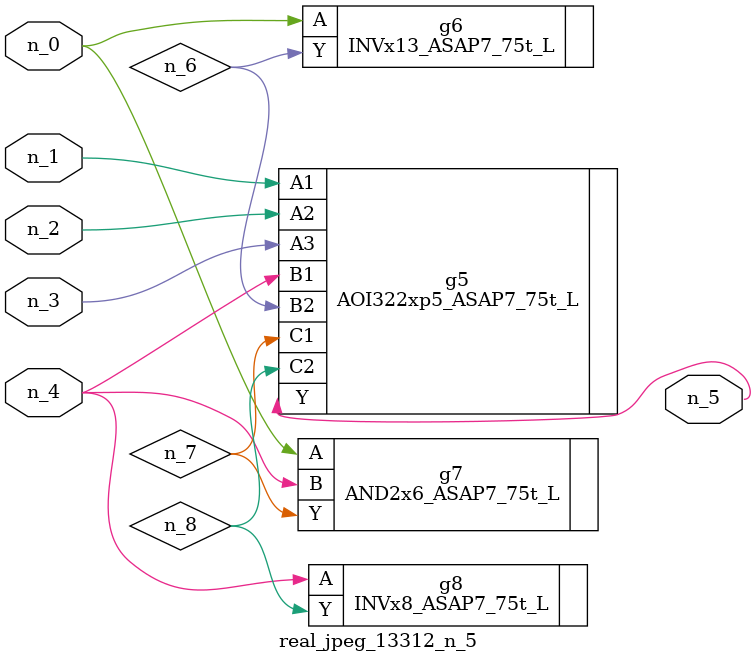
<source format=v>
module real_jpeg_13312_n_5 (n_4, n_0, n_1, n_2, n_3, n_5);

input n_4;
input n_0;
input n_1;
input n_2;
input n_3;

output n_5;

wire n_8;
wire n_6;
wire n_7;

INVx13_ASAP7_75t_L g6 ( 
.A(n_0),
.Y(n_6)
);

AND2x6_ASAP7_75t_L g7 ( 
.A(n_0),
.B(n_4),
.Y(n_7)
);

AOI322xp5_ASAP7_75t_L g5 ( 
.A1(n_1),
.A2(n_2),
.A3(n_3),
.B1(n_4),
.B2(n_6),
.C1(n_7),
.C2(n_8),
.Y(n_5)
);

INVx8_ASAP7_75t_L g8 ( 
.A(n_4),
.Y(n_8)
);


endmodule
</source>
